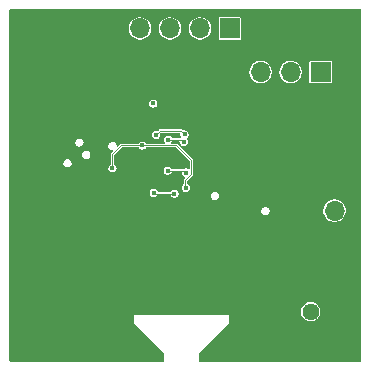
<source format=gbr>
%TF.GenerationSoftware,KiCad,Pcbnew,9.0.4*%
%TF.CreationDate,2025-08-31T12:09:40+02:00*%
%TF.ProjectId,CYW43439,43595734-3334-4333-992e-6b696361645f,rev?*%
%TF.SameCoordinates,Original*%
%TF.FileFunction,Copper,L4,Bot*%
%TF.FilePolarity,Positive*%
%FSLAX46Y46*%
G04 Gerber Fmt 4.6, Leading zero omitted, Abs format (unit mm)*
G04 Created by KiCad (PCBNEW 9.0.4) date 2025-08-31 12:09:40*
%MOMM*%
%LPD*%
G01*
G04 APERTURE LIST*
%TA.AperFunction,ComponentPad*%
%ADD10R,1.700000X1.700000*%
%TD*%
%TA.AperFunction,ComponentPad*%
%ADD11O,1.700000X1.700000*%
%TD*%
%TA.AperFunction,ComponentPad*%
%ADD12C,1.440000*%
%TD*%
%TA.AperFunction,ComponentPad*%
%ADD13C,2.250000*%
%TD*%
%TA.AperFunction,ViaPad*%
%ADD14C,0.400000*%
%TD*%
%TA.AperFunction,Conductor*%
%ADD15C,0.100000*%
%TD*%
G04 APERTURE END LIST*
D10*
%TO.P,J3,1,Pin_1*%
%TO.N,GND*%
X153300000Y-96975000D03*
D11*
%TO.P,J3,2,Pin_2*%
%TO.N,+3.3V*%
X153300000Y-99515000D03*
%TD*%
D10*
%TO.P,J2,1,Pin_1*%
%TO.N,WL_CLK*%
X144450000Y-84100000D03*
D11*
%TO.P,J2,2,Pin_2*%
%TO.N,WL_D*%
X141910000Y-84100000D03*
%TO.P,J2,3,Pin_3*%
%TO.N,WL_CS*%
X139370000Y-84100000D03*
%TO.P,J2,4,Pin_4*%
%TO.N,WL_ON*%
X136830000Y-84100000D03*
%TD*%
D10*
%TO.P,J1,1,Pin_1*%
%TO.N,WL_GPIO2*%
X152125000Y-87800000D03*
D11*
%TO.P,J1,2,Pin_2*%
%TO.N,WL_GPIO0*%
X149585000Y-87800000D03*
%TO.P,J1,3,Pin_3*%
%TO.N,WL_GPIO1*%
X147045000Y-87800000D03*
%TD*%
D12*
%TO.P,J4,1,In*%
%TO.N,Net-(J4-In)*%
X151290000Y-108085000D03*
D13*
%TO.P,J4,2,Ext*%
%TO.N,GND*%
X148750000Y-105545000D03*
X148750000Y-110625000D03*
X153830000Y-105545000D03*
X153830000Y-110625000D03*
%TD*%
D14*
%TO.N,GND*%
X147800000Y-93500000D03*
X149675000Y-85275000D03*
X146225000Y-109250000D03*
X144700000Y-102625000D03*
X150300000Y-92550000D03*
X142350000Y-88450000D03*
X149120000Y-102820000D03*
X132575000Y-111825000D03*
X144725000Y-109300000D03*
X154925000Y-111450000D03*
X145575000Y-103725000D03*
X145150000Y-107250000D03*
X145300000Y-98150000D03*
X137250000Y-98050000D03*
X126100000Y-99075000D03*
X146125000Y-104300000D03*
X135575000Y-86400000D03*
X133475000Y-89925000D03*
X126425000Y-107275000D03*
X141900000Y-100750000D03*
X150760000Y-106375000D03*
X139700000Y-99000000D03*
X138500000Y-102200000D03*
X139900000Y-102200000D03*
X144075000Y-109925000D03*
X134925000Y-96600000D03*
X137050000Y-108025000D03*
X141000000Y-99300000D03*
X135975000Y-97970000D03*
X149770000Y-103470000D03*
X145500000Y-110050000D03*
X134100000Y-94500000D03*
X154925000Y-106900000D03*
X134925000Y-98780000D03*
X148540000Y-102210000D03*
X144700000Y-108675000D03*
X142325000Y-86700000D03*
X139240000Y-88550000D03*
X126175000Y-94600000D03*
X143690000Y-111870000D03*
X144320000Y-111230000D03*
X143275000Y-103350000D03*
X143225000Y-100350000D03*
X154875000Y-102875000D03*
X137075000Y-110450000D03*
X150275000Y-102025000D03*
X141900000Y-99650000D03*
X142900000Y-111100000D03*
X151800000Y-105500000D03*
X140368753Y-108019975D03*
X134090000Y-95050000D03*
X155175000Y-90275000D03*
X147800000Y-94650000D03*
X138000000Y-101800000D03*
X143275000Y-102000000D03*
X144075000Y-94975000D03*
X128925000Y-99175000D03*
X140175000Y-104950000D03*
X127075000Y-95500000D03*
X144675000Y-104475000D03*
X135625000Y-96600000D03*
X126425000Y-102700000D03*
X143475000Y-110500000D03*
X145000000Y-90150000D03*
X138000000Y-101200000D03*
X143525000Y-108025000D03*
X146350000Y-106300000D03*
X133275000Y-102025000D03*
X133450000Y-94500000D03*
X138000000Y-100000000D03*
X130775000Y-98400000D03*
X145425000Y-102625000D03*
X130675000Y-86500000D03*
X140300000Y-99300000D03*
X142300000Y-92800000D03*
X145075000Y-103225000D03*
X137025000Y-98775000D03*
X144250000Y-93475000D03*
X136000000Y-108675000D03*
X139200000Y-102200000D03*
X143800000Y-88300000D03*
X139230000Y-86775000D03*
X144125000Y-103975000D03*
X146350000Y-108125000D03*
X141425000Y-108025000D03*
X139200000Y-96700000D03*
X146350000Y-105350000D03*
X150875000Y-90000000D03*
X151090000Y-104760000D03*
X144675000Y-108025000D03*
X135975000Y-109350000D03*
X147750000Y-102950000D03*
X134950000Y-95050000D03*
X149200000Y-91825000D03*
X147890000Y-101580000D03*
X126350000Y-86450000D03*
X142600000Y-99675000D03*
X138025000Y-86975000D03*
X141150000Y-88425000D03*
X149625000Y-111950000D03*
X144900000Y-110650000D03*
X150340000Y-105575000D03*
X144500000Y-101275000D03*
X146350000Y-107225000D03*
X140975000Y-94100000D03*
X143275000Y-102650000D03*
X138150000Y-108025000D03*
X131850000Y-89900000D03*
X146225000Y-102625000D03*
X145150000Y-105375000D03*
X141800000Y-94900000D03*
X141150000Y-86775000D03*
X155200000Y-95200000D03*
X146050000Y-101275000D03*
X142425000Y-108025000D03*
X138000000Y-100600000D03*
X133825000Y-97300000D03*
X136475000Y-109925000D03*
X126225000Y-90475000D03*
X148425000Y-103625000D03*
X126500000Y-111700000D03*
X141300000Y-102200000D03*
X141900000Y-101900000D03*
X150250000Y-94875000D03*
X137675000Y-111075000D03*
X141900000Y-101350000D03*
X136000000Y-108025000D03*
X143750000Y-100850000D03*
X145375000Y-95800000D03*
X143150000Y-93475000D03*
X151820000Y-106375000D03*
X143900000Y-86700000D03*
X139275000Y-108025000D03*
X134925000Y-97970000D03*
X140600000Y-102200000D03*
X147000000Y-102625000D03*
X147200000Y-98175000D03*
X150430000Y-104110000D03*
X145275000Y-101275000D03*
X143275000Y-103975000D03*
X146925000Y-101250000D03*
X145150000Y-106325000D03*
X138300000Y-99000000D03*
X131175000Y-107075000D03*
X155225000Y-99950000D03*
X142550000Y-101325000D03*
%TO.N,WL_GPIO2*%
X139175000Y-96125000D03*
X140725000Y-96300000D03*
%TO.N,WL_GPIO1*%
X140600000Y-93075000D03*
X138200000Y-93091608D03*
%TO.N,WL_GPIO0*%
X139220000Y-93510000D03*
X140550000Y-93700000D03*
%TO.N,VOUT_3P3*%
X134500000Y-95925000D03*
X137025000Y-94000000D03*
X140710000Y-97590000D03*
%TO.N,VDDBAT*%
X137950000Y-90450000D03*
%TO.N,Net-(U1-BTFM_PLL_VDD)*%
X139750000Y-98075000D03*
X138000000Y-98010000D03*
%TD*%
D15*
%TO.N,WL_GPIO2*%
X139175000Y-96125000D02*
X140550000Y-96125000D01*
X140550000Y-96125000D02*
X140725000Y-96300000D01*
%TO.N,WL_GPIO1*%
X140325000Y-92800000D02*
X138491608Y-92800000D01*
X140600000Y-93075000D02*
X140325000Y-92800000D01*
X138491608Y-92800000D02*
X138200000Y-93091608D01*
%TO.N,WL_GPIO0*%
X139220000Y-93510000D02*
X140360000Y-93510000D01*
X140360000Y-93510000D02*
X140550000Y-93700000D01*
%TO.N,VOUT_3P3*%
X140675000Y-96925000D02*
X141175000Y-96425000D01*
X140675000Y-97555000D02*
X140675000Y-96925000D01*
X141175000Y-95275000D02*
X139900000Y-94000000D01*
X135225000Y-94000000D02*
X137025000Y-94000000D01*
X134500000Y-95925000D02*
X134500000Y-94725000D01*
X134500000Y-94725000D02*
X135225000Y-94000000D01*
X140710000Y-97590000D02*
X140675000Y-97555000D01*
X139900000Y-94000000D02*
X137025000Y-94000000D01*
X141175000Y-96425000D02*
X141175000Y-95275000D01*
%TO.N,Net-(U1-BTFM_PLL_VDD)*%
X139750000Y-98075000D02*
X138065000Y-98075000D01*
X138065000Y-98075000D02*
X138000000Y-98010000D01*
%TD*%
%TA.AperFunction,Conductor*%
%TO.N,GND*%
G36*
X155510700Y-82464364D02*
G01*
X155525081Y-82498959D01*
X155574500Y-112051000D01*
X155574500Y-112250500D01*
X155560148Y-112285148D01*
X155525500Y-112299500D01*
X141899000Y-112299500D01*
X141864352Y-112285148D01*
X141850000Y-112250500D01*
X141850000Y-111595296D01*
X141864352Y-111560648D01*
X144350000Y-109075000D01*
X144350000Y-108325000D01*
X136350000Y-108325000D01*
X136350000Y-109075000D01*
X138835648Y-111560648D01*
X138850000Y-111595296D01*
X138850000Y-112250500D01*
X138835648Y-112285148D01*
X138801000Y-112299500D01*
X125824500Y-112299500D01*
X125789852Y-112285148D01*
X125775500Y-112250500D01*
X125775500Y-108004188D01*
X150469500Y-108004188D01*
X150469500Y-108165812D01*
X150490424Y-108271007D01*
X150501030Y-108324328D01*
X150501033Y-108324338D01*
X150562879Y-108473646D01*
X150562880Y-108473648D01*
X150562882Y-108473652D01*
X150652676Y-108608038D01*
X150766962Y-108722324D01*
X150901348Y-108812118D01*
X150901353Y-108812120D01*
X151050661Y-108873966D01*
X151050663Y-108873966D01*
X151050669Y-108873969D01*
X151209188Y-108905500D01*
X151209191Y-108905500D01*
X151370809Y-108905500D01*
X151370812Y-108905500D01*
X151529331Y-108873969D01*
X151678652Y-108812118D01*
X151813038Y-108722324D01*
X151927324Y-108608038D01*
X152017118Y-108473652D01*
X152078969Y-108324331D01*
X152110500Y-108165812D01*
X152110500Y-108004188D01*
X152078969Y-107845669D01*
X152017118Y-107696348D01*
X151927324Y-107561962D01*
X151813038Y-107447676D01*
X151678652Y-107357882D01*
X151678648Y-107357880D01*
X151678646Y-107357879D01*
X151529338Y-107296033D01*
X151529328Y-107296030D01*
X151465402Y-107283314D01*
X151370812Y-107264500D01*
X151209188Y-107264500D01*
X151130291Y-107280193D01*
X151050671Y-107296030D01*
X151050661Y-107296033D01*
X150901353Y-107357879D01*
X150901349Y-107357881D01*
X150901348Y-107357882D01*
X150867186Y-107380707D01*
X150766962Y-107447675D01*
X150652675Y-107561962D01*
X150562879Y-107696353D01*
X150501033Y-107845661D01*
X150501030Y-107845671D01*
X150485193Y-107925291D01*
X150469500Y-108004188D01*
X125775500Y-108004188D01*
X125775500Y-99503853D01*
X147099500Y-99503853D01*
X147099500Y-99596146D01*
X147123385Y-99685286D01*
X147123386Y-99685289D01*
X147166430Y-99759842D01*
X147169531Y-99765212D01*
X147234788Y-99830469D01*
X147314712Y-99876614D01*
X147336998Y-99882585D01*
X147403853Y-99900500D01*
X147403856Y-99900500D01*
X147496146Y-99900500D01*
X147540716Y-99888557D01*
X147585288Y-99876614D01*
X147665212Y-99830469D01*
X147730469Y-99765212D01*
X147776614Y-99685288D01*
X147788557Y-99640716D01*
X147800500Y-99596146D01*
X147800500Y-99503854D01*
X147781155Y-99431660D01*
X147781155Y-99431659D01*
X147778402Y-99421384D01*
X152349500Y-99421384D01*
X152349500Y-99608616D01*
X152364751Y-99685288D01*
X152386026Y-99792248D01*
X152386029Y-99792258D01*
X152457675Y-99965225D01*
X152457676Y-99965227D01*
X152457678Y-99965231D01*
X152561698Y-100120908D01*
X152694092Y-100253302D01*
X152849769Y-100357322D01*
X152849774Y-100357324D01*
X153022741Y-100428970D01*
X153022743Y-100428970D01*
X153022749Y-100428973D01*
X153206384Y-100465500D01*
X153206387Y-100465500D01*
X153393613Y-100465500D01*
X153393616Y-100465500D01*
X153577251Y-100428973D01*
X153750231Y-100357322D01*
X153905908Y-100253302D01*
X154038302Y-100120908D01*
X154142322Y-99965231D01*
X154213973Y-99792251D01*
X154250500Y-99608616D01*
X154250500Y-99421384D01*
X154213973Y-99237749D01*
X154142322Y-99064769D01*
X154038302Y-98909092D01*
X153905908Y-98776698D01*
X153750231Y-98672678D01*
X153750227Y-98672676D01*
X153750225Y-98672675D01*
X153577258Y-98601029D01*
X153577248Y-98601026D01*
X153503194Y-98586296D01*
X153393616Y-98564500D01*
X153206384Y-98564500D01*
X153114986Y-98582680D01*
X153022751Y-98601026D01*
X153022741Y-98601029D01*
X152849774Y-98672675D01*
X152849770Y-98672677D01*
X152849769Y-98672678D01*
X152810195Y-98699120D01*
X152694092Y-98776697D01*
X152561697Y-98909092D01*
X152457675Y-99064774D01*
X152386029Y-99237741D01*
X152386026Y-99237751D01*
X152367680Y-99329986D01*
X152349500Y-99421384D01*
X147778402Y-99421384D01*
X147776614Y-99414712D01*
X147776613Y-99414710D01*
X147730472Y-99334794D01*
X147730469Y-99334788D01*
X147665212Y-99269531D01*
X147659842Y-99266430D01*
X147585289Y-99223386D01*
X147585286Y-99223385D01*
X147496147Y-99199500D01*
X147496144Y-99199500D01*
X147403856Y-99199500D01*
X147403853Y-99199500D01*
X147314713Y-99223385D01*
X147314710Y-99223386D01*
X147234794Y-99269527D01*
X147234784Y-99269534D01*
X147169534Y-99334784D01*
X147169527Y-99334794D01*
X147123386Y-99414710D01*
X147123385Y-99414713D01*
X147099500Y-99503853D01*
X125775500Y-99503853D01*
X125775500Y-97963853D01*
X137649500Y-97963853D01*
X137649500Y-98056146D01*
X137673385Y-98145286D01*
X137673386Y-98145289D01*
X137710912Y-98210284D01*
X137719531Y-98225212D01*
X137784788Y-98290469D01*
X137864712Y-98336614D01*
X137886998Y-98342585D01*
X137953853Y-98360500D01*
X137953856Y-98360500D01*
X138046146Y-98360500D01*
X138090716Y-98348557D01*
X138135288Y-98336614D01*
X138215212Y-98290469D01*
X138265829Y-98239852D01*
X138300477Y-98225500D01*
X139403879Y-98225500D01*
X139438527Y-98239852D01*
X139446314Y-98250000D01*
X139469527Y-98290206D01*
X139469529Y-98290208D01*
X139469531Y-98290212D01*
X139534788Y-98355469D01*
X139614712Y-98401614D01*
X139636998Y-98407585D01*
X139703853Y-98425500D01*
X139703856Y-98425500D01*
X139796146Y-98425500D01*
X139844952Y-98412422D01*
X139885288Y-98401614D01*
X139965212Y-98355469D01*
X140030469Y-98290212D01*
X140064664Y-98230986D01*
X142822367Y-98230986D01*
X142822367Y-98323279D01*
X142846252Y-98412419D01*
X142846253Y-98412422D01*
X142853804Y-98425500D01*
X142892398Y-98492345D01*
X142957655Y-98557602D01*
X143037579Y-98603747D01*
X143059865Y-98609718D01*
X143126720Y-98627633D01*
X143126723Y-98627633D01*
X143219013Y-98627633D01*
X143263583Y-98615690D01*
X143308155Y-98603747D01*
X143388079Y-98557602D01*
X143453336Y-98492345D01*
X143499481Y-98412421D01*
X143513393Y-98360500D01*
X143523367Y-98323279D01*
X143523367Y-98230986D01*
X143500404Y-98145289D01*
X143499481Y-98141845D01*
X143453336Y-98061921D01*
X143388079Y-97996664D01*
X143382709Y-97993563D01*
X143308156Y-97950519D01*
X143308153Y-97950518D01*
X143219014Y-97926633D01*
X143219011Y-97926633D01*
X143126723Y-97926633D01*
X143126720Y-97926633D01*
X143037580Y-97950518D01*
X143037577Y-97950519D01*
X142957661Y-97996660D01*
X142957651Y-97996667D01*
X142892401Y-98061917D01*
X142892394Y-98061927D01*
X142846253Y-98141843D01*
X142846252Y-98141846D01*
X142822367Y-98230986D01*
X140064664Y-98230986D01*
X140076614Y-98210288D01*
X140079436Y-98199753D01*
X140100500Y-98121146D01*
X140100500Y-98028853D01*
X140076614Y-97939713D01*
X140076613Y-97939710D01*
X140039086Y-97874713D01*
X140030469Y-97859788D01*
X139965212Y-97794531D01*
X139959842Y-97791430D01*
X139885289Y-97748386D01*
X139885286Y-97748385D01*
X139796147Y-97724500D01*
X139796144Y-97724500D01*
X139703856Y-97724500D01*
X139703853Y-97724500D01*
X139614713Y-97748385D01*
X139614710Y-97748386D01*
X139534794Y-97794527D01*
X139534784Y-97794534D01*
X139469534Y-97859784D01*
X139469527Y-97859793D01*
X139446314Y-97900000D01*
X139416561Y-97922830D01*
X139403879Y-97924500D01*
X138377554Y-97924500D01*
X138342906Y-97910148D01*
X138330224Y-97888183D01*
X138326614Y-97874713D01*
X138326613Y-97874709D01*
X138280472Y-97794794D01*
X138280469Y-97794788D01*
X138215212Y-97729531D01*
X138206498Y-97724500D01*
X138135289Y-97683386D01*
X138135286Y-97683385D01*
X138046147Y-97659500D01*
X138046144Y-97659500D01*
X137953856Y-97659500D01*
X137953853Y-97659500D01*
X137864713Y-97683385D01*
X137864710Y-97683386D01*
X137784794Y-97729527D01*
X137784784Y-97729534D01*
X137719534Y-97794784D01*
X137719527Y-97794794D01*
X137673386Y-97874710D01*
X137673385Y-97874713D01*
X137649500Y-97963853D01*
X125775500Y-97963853D01*
X125775500Y-95453853D01*
X130349500Y-95453853D01*
X130349500Y-95546146D01*
X130373385Y-95635286D01*
X130373386Y-95635289D01*
X130378724Y-95644534D01*
X130419531Y-95715212D01*
X130484788Y-95780469D01*
X130564712Y-95826614D01*
X130586998Y-95832585D01*
X130653853Y-95850500D01*
X130653856Y-95850500D01*
X130746146Y-95850500D01*
X130790716Y-95838557D01*
X130835288Y-95826614D01*
X130915212Y-95780469D01*
X130980469Y-95715212D01*
X131026614Y-95635288D01*
X131041729Y-95578878D01*
X131050500Y-95546146D01*
X131050500Y-95453853D01*
X131026614Y-95364713D01*
X131026613Y-95364710D01*
X131010810Y-95337339D01*
X130980469Y-95284788D01*
X130915212Y-95219531D01*
X130909842Y-95216430D01*
X130835289Y-95173386D01*
X130835286Y-95173385D01*
X130746147Y-95149500D01*
X130746144Y-95149500D01*
X130653856Y-95149500D01*
X130653853Y-95149500D01*
X130564713Y-95173385D01*
X130564710Y-95173386D01*
X130484794Y-95219527D01*
X130484784Y-95219534D01*
X130419534Y-95284784D01*
X130419527Y-95284794D01*
X130373386Y-95364710D01*
X130373385Y-95364713D01*
X130349500Y-95453853D01*
X125775500Y-95453853D01*
X125775500Y-94735103D01*
X131930750Y-94735103D01*
X131930750Y-94827396D01*
X131954635Y-94916536D01*
X131954636Y-94916539D01*
X131997680Y-94991092D01*
X132000781Y-94996462D01*
X132066038Y-95061719D01*
X132145962Y-95107864D01*
X132168248Y-95113835D01*
X132235103Y-95131750D01*
X132235106Y-95131750D01*
X132327396Y-95131750D01*
X132371966Y-95119807D01*
X132416538Y-95107864D01*
X132496462Y-95061719D01*
X132561719Y-94996462D01*
X132607864Y-94916538D01*
X132619807Y-94871966D01*
X132631750Y-94827396D01*
X132631750Y-94735103D01*
X132607864Y-94645963D01*
X132607863Y-94645960D01*
X132561722Y-94566044D01*
X132561719Y-94566038D01*
X132496462Y-94500781D01*
X132491092Y-94497680D01*
X132416539Y-94454636D01*
X132416536Y-94454635D01*
X132327397Y-94430750D01*
X132327394Y-94430750D01*
X132235106Y-94430750D01*
X132235103Y-94430750D01*
X132145963Y-94454635D01*
X132145960Y-94454636D01*
X132066044Y-94500777D01*
X132066034Y-94500784D01*
X132000784Y-94566034D01*
X132000777Y-94566044D01*
X131954636Y-94645960D01*
X131954635Y-94645963D01*
X131930750Y-94735103D01*
X125775500Y-94735103D01*
X125775500Y-93703853D01*
X131349500Y-93703853D01*
X131349500Y-93796146D01*
X131373385Y-93885286D01*
X131373386Y-93885289D01*
X131416430Y-93959842D01*
X131419531Y-93965212D01*
X131484788Y-94030469D01*
X131564712Y-94076614D01*
X131569926Y-94078011D01*
X131653853Y-94100500D01*
X131653856Y-94100500D01*
X131746146Y-94100500D01*
X131790716Y-94088557D01*
X131835288Y-94076614D01*
X131915212Y-94030469D01*
X131941828Y-94003853D01*
X134149500Y-94003853D01*
X134149500Y-94096146D01*
X134173385Y-94185286D01*
X134173386Y-94185289D01*
X134216430Y-94259842D01*
X134219531Y-94265212D01*
X134284788Y-94330469D01*
X134319482Y-94350500D01*
X134364100Y-94376261D01*
X134364712Y-94376614D01*
X134386998Y-94382585D01*
X134453853Y-94400500D01*
X134493363Y-94400500D01*
X134528011Y-94414852D01*
X134542363Y-94449500D01*
X134528011Y-94484148D01*
X134372413Y-94639746D01*
X134358990Y-94672149D01*
X134358990Y-94672151D01*
X134349500Y-94695064D01*
X134349500Y-94695065D01*
X134349500Y-95578878D01*
X134335148Y-95613526D01*
X134325001Y-95621313D01*
X134284791Y-95644529D01*
X134284784Y-95644534D01*
X134219534Y-95709784D01*
X134219527Y-95709794D01*
X134173386Y-95789710D01*
X134173385Y-95789713D01*
X134149500Y-95878853D01*
X134149500Y-95971146D01*
X134173385Y-96060286D01*
X134173386Y-96060289D01*
X134184106Y-96078856D01*
X134219531Y-96140212D01*
X134284788Y-96205469D01*
X134364712Y-96251614D01*
X134386998Y-96257585D01*
X134453853Y-96275500D01*
X134453856Y-96275500D01*
X134546146Y-96275500D01*
X134602916Y-96260288D01*
X134635288Y-96251614D01*
X134715212Y-96205469D01*
X134780469Y-96140212D01*
X134826614Y-96060288D01*
X134838557Y-96015716D01*
X134850500Y-95971146D01*
X134850500Y-95878853D01*
X134826614Y-95789713D01*
X134826613Y-95789710D01*
X134783602Y-95715215D01*
X134780469Y-95709788D01*
X134715212Y-95644531D01*
X134674999Y-95621313D01*
X134652169Y-95591559D01*
X134650500Y-95578878D01*
X134650500Y-94807636D01*
X134664852Y-94772988D01*
X135272988Y-94164852D01*
X135307636Y-94150500D01*
X136678879Y-94150500D01*
X136713527Y-94164852D01*
X136721314Y-94175000D01*
X136744527Y-94215206D01*
X136744529Y-94215208D01*
X136744531Y-94215212D01*
X136809788Y-94280469D01*
X136889712Y-94326614D01*
X136911998Y-94332585D01*
X136978853Y-94350500D01*
X136978856Y-94350500D01*
X137071146Y-94350500D01*
X137115716Y-94338557D01*
X137160288Y-94326614D01*
X137240212Y-94280469D01*
X137305469Y-94215212D01*
X137328686Y-94175000D01*
X137358439Y-94152170D01*
X137371121Y-94150500D01*
X139817364Y-94150500D01*
X139852012Y-94164852D01*
X141010148Y-95322987D01*
X141024500Y-95357635D01*
X141024500Y-95985523D01*
X141010148Y-96020171D01*
X140975500Y-96034523D01*
X140943062Y-96021086D01*
X140942757Y-96021485D01*
X140941270Y-96020344D01*
X140940852Y-96020171D01*
X140940215Y-96019534D01*
X140940212Y-96019531D01*
X140888567Y-95989713D01*
X140860289Y-95973386D01*
X140860286Y-95973385D01*
X140771147Y-95949500D01*
X140771144Y-95949500D01*
X140678856Y-95949500D01*
X140678853Y-95949500D01*
X140591784Y-95972830D01*
X140579102Y-95974500D01*
X139521121Y-95974500D01*
X139486473Y-95960148D01*
X139478686Y-95950000D01*
X139455472Y-95909793D01*
X139455471Y-95909792D01*
X139455469Y-95909788D01*
X139390212Y-95844531D01*
X139384842Y-95841430D01*
X139310289Y-95798386D01*
X139310286Y-95798385D01*
X139221147Y-95774500D01*
X139221144Y-95774500D01*
X139128856Y-95774500D01*
X139128853Y-95774500D01*
X139039713Y-95798385D01*
X139039710Y-95798386D01*
X138959794Y-95844527D01*
X138959784Y-95844534D01*
X138894534Y-95909784D01*
X138894527Y-95909794D01*
X138848386Y-95989710D01*
X138848385Y-95989713D01*
X138824500Y-96078853D01*
X138824500Y-96171146D01*
X138848385Y-96260286D01*
X138848386Y-96260289D01*
X138891430Y-96334842D01*
X138894531Y-96340212D01*
X138959788Y-96405469D01*
X139039712Y-96451614D01*
X139052099Y-96454933D01*
X139128853Y-96475500D01*
X139128856Y-96475500D01*
X139221146Y-96475500D01*
X139265716Y-96463557D01*
X139310288Y-96451614D01*
X139390212Y-96405469D01*
X139455469Y-96340212D01*
X139478686Y-96300000D01*
X139508439Y-96277170D01*
X139521121Y-96275500D01*
X140325500Y-96275500D01*
X140360148Y-96289852D01*
X140374500Y-96324500D01*
X140374500Y-96346146D01*
X140398385Y-96435286D01*
X140398386Y-96435289D01*
X140421603Y-96475500D01*
X140444531Y-96515212D01*
X140509788Y-96580469D01*
X140569731Y-96615077D01*
X140589710Y-96626613D01*
X140589712Y-96626614D01*
X140642465Y-96640749D01*
X140672218Y-96663579D01*
X140677113Y-96700761D01*
X140664431Y-96722727D01*
X140547414Y-96839744D01*
X140547413Y-96839746D01*
X140533990Y-96872149D01*
X140533990Y-96872151D01*
X140524500Y-96895064D01*
X140524500Y-96895065D01*
X140524500Y-97264086D01*
X140510148Y-97298734D01*
X140500003Y-97306520D01*
X140494791Y-97309529D01*
X140494784Y-97309534D01*
X140429534Y-97374784D01*
X140429527Y-97374794D01*
X140383386Y-97454710D01*
X140383385Y-97454713D01*
X140359500Y-97543853D01*
X140359500Y-97636146D01*
X140383385Y-97725286D01*
X140383386Y-97725289D01*
X140423362Y-97794527D01*
X140429531Y-97805212D01*
X140494788Y-97870469D01*
X140574712Y-97916614D01*
X140596998Y-97922585D01*
X140663853Y-97940500D01*
X140663856Y-97940500D01*
X140756146Y-97940500D01*
X140807896Y-97926633D01*
X140845288Y-97916614D01*
X140925212Y-97870469D01*
X140990469Y-97805212D01*
X141036614Y-97725288D01*
X141054242Y-97659500D01*
X141060500Y-97636146D01*
X141060500Y-97543853D01*
X141036614Y-97454713D01*
X141036613Y-97454710D01*
X140990472Y-97374794D01*
X140990469Y-97374788D01*
X140925212Y-97309531D01*
X140919692Y-97306344D01*
X140850000Y-97266106D01*
X140827169Y-97236353D01*
X140825500Y-97223671D01*
X140825500Y-97007635D01*
X140839852Y-96972987D01*
X141302586Y-96510253D01*
X141302588Y-96510251D01*
X141316982Y-96475500D01*
X141325500Y-96454936D01*
X141325500Y-95245064D01*
X141302587Y-95189749D01*
X141302587Y-95189748D01*
X141029375Y-94916536D01*
X139985254Y-93872413D01*
X139985252Y-93872412D01*
X139952848Y-93858990D01*
X139929936Y-93849500D01*
X139494477Y-93849500D01*
X139459829Y-93835148D01*
X139445477Y-93800500D01*
X139459829Y-93765852D01*
X139479537Y-93746144D01*
X139500469Y-93725212D01*
X139523686Y-93685000D01*
X139553439Y-93662170D01*
X139566121Y-93660500D01*
X140150500Y-93660500D01*
X140185148Y-93674852D01*
X140199500Y-93709500D01*
X140199500Y-93746146D01*
X140223385Y-93835286D01*
X140223386Y-93835289D01*
X140266430Y-93909842D01*
X140269531Y-93915212D01*
X140334788Y-93980469D01*
X140414712Y-94026614D01*
X140436998Y-94032585D01*
X140503853Y-94050500D01*
X140503856Y-94050500D01*
X140596146Y-94050500D01*
X140640716Y-94038557D01*
X140685288Y-94026614D01*
X140765212Y-93980469D01*
X140830469Y-93915212D01*
X140876614Y-93835288D01*
X140890145Y-93784788D01*
X140900500Y-93746146D01*
X140900500Y-93653853D01*
X140876614Y-93564713D01*
X140876613Y-93564710D01*
X140865077Y-93544731D01*
X140830469Y-93484788D01*
X140788054Y-93442373D01*
X140773702Y-93407725D01*
X140788054Y-93373077D01*
X140798202Y-93365290D01*
X140800950Y-93363702D01*
X140815212Y-93355469D01*
X140880469Y-93290212D01*
X140926614Y-93210288D01*
X140940223Y-93159500D01*
X140950500Y-93121146D01*
X140950500Y-93028853D01*
X140931064Y-92956320D01*
X140926614Y-92939712D01*
X140880469Y-92859788D01*
X140815212Y-92794531D01*
X140809842Y-92791430D01*
X140735289Y-92748386D01*
X140735286Y-92748385D01*
X140646147Y-92724500D01*
X140646144Y-92724500D01*
X140553856Y-92724500D01*
X140553855Y-92724500D01*
X140509004Y-92736517D01*
X140471822Y-92731621D01*
X140461675Y-92723834D01*
X140410255Y-92672414D01*
X140410252Y-92672412D01*
X140377848Y-92658990D01*
X140354936Y-92649500D01*
X138461672Y-92649500D01*
X138438759Y-92658990D01*
X138406356Y-92672412D01*
X138406354Y-92672413D01*
X138406352Y-92672414D01*
X138338324Y-92740442D01*
X138303676Y-92754794D01*
X138290995Y-92753125D01*
X138246145Y-92741108D01*
X138246144Y-92741108D01*
X138153856Y-92741108D01*
X138153853Y-92741108D01*
X138064713Y-92764993D01*
X138064710Y-92764994D01*
X137984794Y-92811135D01*
X137984784Y-92811142D01*
X137919534Y-92876392D01*
X137919527Y-92876402D01*
X137873386Y-92956318D01*
X137873385Y-92956321D01*
X137849500Y-93045461D01*
X137849500Y-93137754D01*
X137873385Y-93226894D01*
X137873386Y-93226897D01*
X137874907Y-93229531D01*
X137919531Y-93306820D01*
X137984788Y-93372077D01*
X138064712Y-93418222D01*
X138083981Y-93423385D01*
X138153853Y-93442108D01*
X138153856Y-93442108D01*
X138246146Y-93442108D01*
X138290716Y-93430165D01*
X138335288Y-93418222D01*
X138415212Y-93372077D01*
X138480469Y-93306820D01*
X138526614Y-93226896D01*
X138544673Y-93159500D01*
X138550500Y-93137754D01*
X138550500Y-93045462D01*
X138541582Y-93012183D01*
X138546476Y-92975001D01*
X138576229Y-92952170D01*
X138588912Y-92950500D01*
X140206637Y-92950500D01*
X140241285Y-92964852D01*
X140255637Y-92999500D01*
X140253967Y-93012182D01*
X140249500Y-93028852D01*
X140249500Y-93121146D01*
X140273385Y-93210286D01*
X140273386Y-93210289D01*
X140317099Y-93286000D01*
X140321994Y-93323182D01*
X140299164Y-93352935D01*
X140274664Y-93359500D01*
X139566121Y-93359500D01*
X139531473Y-93345148D01*
X139523686Y-93335000D01*
X139500472Y-93294793D01*
X139500471Y-93294792D01*
X139500469Y-93294788D01*
X139435212Y-93229531D01*
X139429842Y-93226430D01*
X139355289Y-93183386D01*
X139355286Y-93183385D01*
X139266147Y-93159500D01*
X139266144Y-93159500D01*
X139173856Y-93159500D01*
X139173853Y-93159500D01*
X139084713Y-93183385D01*
X139084710Y-93183386D01*
X139004794Y-93229527D01*
X139004784Y-93229534D01*
X138939534Y-93294784D01*
X138939527Y-93294794D01*
X138893386Y-93374710D01*
X138893385Y-93374713D01*
X138869500Y-93463853D01*
X138869500Y-93556146D01*
X138893385Y-93645286D01*
X138893386Y-93645289D01*
X138936249Y-93719527D01*
X138939531Y-93725212D01*
X138939534Y-93725215D01*
X138980171Y-93765852D01*
X138994523Y-93800500D01*
X138980171Y-93835148D01*
X138945523Y-93849500D01*
X137371121Y-93849500D01*
X137336473Y-93835148D01*
X137328686Y-93825000D01*
X137305472Y-93784793D01*
X137305471Y-93784792D01*
X137305469Y-93784788D01*
X137240212Y-93719531D01*
X137213063Y-93703856D01*
X137160289Y-93673386D01*
X137160286Y-93673385D01*
X137071147Y-93649500D01*
X137071144Y-93649500D01*
X136978856Y-93649500D01*
X136978853Y-93649500D01*
X136889713Y-93673385D01*
X136889710Y-93673386D01*
X136809794Y-93719527D01*
X136809784Y-93719534D01*
X136744534Y-93784784D01*
X136744527Y-93784793D01*
X136721314Y-93825000D01*
X136691561Y-93847830D01*
X136678879Y-93849500D01*
X135195064Y-93849500D01*
X135172151Y-93858990D01*
X135139748Y-93872412D01*
X135139746Y-93872413D01*
X134934148Y-94078011D01*
X134899500Y-94092363D01*
X134864852Y-94078011D01*
X134850500Y-94043363D01*
X134850500Y-94003853D01*
X134826614Y-93914713D01*
X134826613Y-93914710D01*
X134802192Y-93872413D01*
X134780469Y-93834788D01*
X134715212Y-93769531D01*
X134674709Y-93746146D01*
X134635289Y-93723386D01*
X134635286Y-93723385D01*
X134546147Y-93699500D01*
X134546144Y-93699500D01*
X134453856Y-93699500D01*
X134453853Y-93699500D01*
X134364713Y-93723385D01*
X134364710Y-93723386D01*
X134284794Y-93769527D01*
X134284784Y-93769534D01*
X134219534Y-93834784D01*
X134219527Y-93834794D01*
X134173386Y-93914710D01*
X134173385Y-93914713D01*
X134149500Y-94003853D01*
X131941828Y-94003853D01*
X131980469Y-93965212D01*
X132026614Y-93885288D01*
X132040145Y-93834788D01*
X132050500Y-93796146D01*
X132050500Y-93703853D01*
X132026614Y-93614713D01*
X132026613Y-93614710D01*
X132015077Y-93594731D01*
X131980469Y-93534788D01*
X131915212Y-93469531D01*
X131867715Y-93442108D01*
X131835289Y-93423386D01*
X131835286Y-93423385D01*
X131746147Y-93399500D01*
X131746144Y-93399500D01*
X131653856Y-93399500D01*
X131653853Y-93399500D01*
X131564713Y-93423385D01*
X131564710Y-93423386D01*
X131484794Y-93469527D01*
X131484784Y-93469534D01*
X131419534Y-93534784D01*
X131419527Y-93534794D01*
X131373386Y-93614710D01*
X131373385Y-93614713D01*
X131349500Y-93703853D01*
X125775500Y-93703853D01*
X125775500Y-90403853D01*
X137599500Y-90403853D01*
X137599500Y-90496146D01*
X137623385Y-90585286D01*
X137623386Y-90585289D01*
X137666430Y-90659842D01*
X137669531Y-90665212D01*
X137734788Y-90730469D01*
X137814712Y-90776614D01*
X137836998Y-90782585D01*
X137903853Y-90800500D01*
X137903856Y-90800500D01*
X137996146Y-90800500D01*
X138040716Y-90788557D01*
X138085288Y-90776614D01*
X138165212Y-90730469D01*
X138230469Y-90665212D01*
X138276614Y-90585288D01*
X138288557Y-90540716D01*
X138300500Y-90496146D01*
X138300500Y-90403853D01*
X138276614Y-90314713D01*
X138276613Y-90314710D01*
X138230472Y-90234794D01*
X138230469Y-90234788D01*
X138165212Y-90169531D01*
X138159842Y-90166430D01*
X138085289Y-90123386D01*
X138085286Y-90123385D01*
X137996147Y-90099500D01*
X137996144Y-90099500D01*
X137903856Y-90099500D01*
X137903853Y-90099500D01*
X137814713Y-90123385D01*
X137814710Y-90123386D01*
X137734794Y-90169527D01*
X137734784Y-90169534D01*
X137669534Y-90234784D01*
X137669527Y-90234794D01*
X137623386Y-90314710D01*
X137623385Y-90314713D01*
X137599500Y-90403853D01*
X125775500Y-90403853D01*
X125775500Y-87706384D01*
X146094500Y-87706384D01*
X146094500Y-87893616D01*
X146118740Y-88015479D01*
X146131026Y-88077248D01*
X146131029Y-88077258D01*
X146202675Y-88250225D01*
X146202676Y-88250227D01*
X146202678Y-88250231D01*
X146306698Y-88405908D01*
X146439092Y-88538302D01*
X146594769Y-88642322D01*
X146594774Y-88642324D01*
X146767741Y-88713970D01*
X146767743Y-88713970D01*
X146767749Y-88713973D01*
X146951384Y-88750500D01*
X146951387Y-88750500D01*
X147138613Y-88750500D01*
X147138616Y-88750500D01*
X147322251Y-88713973D01*
X147495231Y-88642322D01*
X147650908Y-88538302D01*
X147783302Y-88405908D01*
X147887322Y-88250231D01*
X147958973Y-88077251D01*
X147995500Y-87893616D01*
X147995500Y-87706384D01*
X148634500Y-87706384D01*
X148634500Y-87893616D01*
X148658740Y-88015479D01*
X148671026Y-88077248D01*
X148671029Y-88077258D01*
X148742675Y-88250225D01*
X148742676Y-88250227D01*
X148742678Y-88250231D01*
X148846698Y-88405908D01*
X148979092Y-88538302D01*
X149134769Y-88642322D01*
X149134774Y-88642324D01*
X149307741Y-88713970D01*
X149307743Y-88713970D01*
X149307749Y-88713973D01*
X149491384Y-88750500D01*
X149491387Y-88750500D01*
X149678613Y-88750500D01*
X149678616Y-88750500D01*
X149862251Y-88713973D01*
X150035231Y-88642322D01*
X150190908Y-88538302D01*
X150323302Y-88405908D01*
X150427322Y-88250231D01*
X150498973Y-88077251D01*
X150535500Y-87893616D01*
X150535500Y-87706384D01*
X150498973Y-87522749D01*
X150427322Y-87349769D01*
X150323302Y-87194092D01*
X150190908Y-87061698D01*
X150035231Y-86957678D01*
X150035227Y-86957676D01*
X150035225Y-86957675D01*
X149992784Y-86940095D01*
X151174500Y-86940095D01*
X151174500Y-88659894D01*
X151174501Y-88659898D01*
X151180331Y-88689213D01*
X151180331Y-88689214D01*
X151180332Y-88689215D01*
X151180332Y-88689216D01*
X151196872Y-88713970D01*
X151202543Y-88722457D01*
X151235787Y-88744669D01*
X151265101Y-88750500D01*
X152984898Y-88750499D01*
X153014213Y-88744669D01*
X153047457Y-88722457D01*
X153069669Y-88689213D01*
X153075500Y-88659899D01*
X153075499Y-86940102D01*
X153069669Y-86910787D01*
X153069667Y-86910784D01*
X153069667Y-86910783D01*
X153047457Y-86877543D01*
X153014212Y-86855330D01*
X152984901Y-86849500D01*
X151265105Y-86849500D01*
X151265104Y-86849500D01*
X151265102Y-86849501D01*
X151235787Y-86855331D01*
X151235786Y-86855331D01*
X151235784Y-86855332D01*
X151235783Y-86855332D01*
X151202543Y-86877542D01*
X151180330Y-86910786D01*
X151180330Y-86910787D01*
X151174500Y-86940095D01*
X149992784Y-86940095D01*
X149862258Y-86886029D01*
X149862248Y-86886026D01*
X149788194Y-86871296D01*
X149678616Y-86849500D01*
X149491384Y-86849500D01*
X149399986Y-86867680D01*
X149307751Y-86886026D01*
X149307741Y-86886029D01*
X149134774Y-86957675D01*
X149134770Y-86957677D01*
X149134769Y-86957678D01*
X149095195Y-86984120D01*
X148979092Y-87061697D01*
X148846697Y-87194092D01*
X148742675Y-87349774D01*
X148671029Y-87522741D01*
X148671026Y-87522751D01*
X148652680Y-87614986D01*
X148634500Y-87706384D01*
X147995500Y-87706384D01*
X147958973Y-87522749D01*
X147887322Y-87349769D01*
X147783302Y-87194092D01*
X147650908Y-87061698D01*
X147495231Y-86957678D01*
X147495227Y-86957676D01*
X147495225Y-86957675D01*
X147322258Y-86886029D01*
X147322248Y-86886026D01*
X147248194Y-86871296D01*
X147138616Y-86849500D01*
X146951384Y-86849500D01*
X146859986Y-86867680D01*
X146767751Y-86886026D01*
X146767741Y-86886029D01*
X146594774Y-86957675D01*
X146594770Y-86957677D01*
X146594769Y-86957678D01*
X146555195Y-86984120D01*
X146439092Y-87061697D01*
X146306697Y-87194092D01*
X146202675Y-87349774D01*
X146131029Y-87522741D01*
X146131026Y-87522751D01*
X146112680Y-87614986D01*
X146094500Y-87706384D01*
X125775500Y-87706384D01*
X125775500Y-84006384D01*
X135879500Y-84006384D01*
X135879500Y-84193616D01*
X135903740Y-84315479D01*
X135916026Y-84377248D01*
X135916029Y-84377258D01*
X135987675Y-84550225D01*
X135987676Y-84550227D01*
X135987678Y-84550231D01*
X136091698Y-84705908D01*
X136224092Y-84838302D01*
X136379769Y-84942322D01*
X136379774Y-84942324D01*
X136552741Y-85013970D01*
X136552743Y-85013970D01*
X136552749Y-85013973D01*
X136736384Y-85050500D01*
X136736387Y-85050500D01*
X136923613Y-85050500D01*
X136923616Y-85050500D01*
X137107251Y-85013973D01*
X137280231Y-84942322D01*
X137435908Y-84838302D01*
X137568302Y-84705908D01*
X137672322Y-84550231D01*
X137743973Y-84377251D01*
X137780500Y-84193616D01*
X137780500Y-84006384D01*
X138419500Y-84006384D01*
X138419500Y-84193616D01*
X138443740Y-84315479D01*
X138456026Y-84377248D01*
X138456029Y-84377258D01*
X138527675Y-84550225D01*
X138527676Y-84550227D01*
X138527678Y-84550231D01*
X138631698Y-84705908D01*
X138764092Y-84838302D01*
X138919769Y-84942322D01*
X138919774Y-84942324D01*
X139092741Y-85013970D01*
X139092743Y-85013970D01*
X139092749Y-85013973D01*
X139276384Y-85050500D01*
X139276387Y-85050500D01*
X139463613Y-85050500D01*
X139463616Y-85050500D01*
X139647251Y-85013973D01*
X139820231Y-84942322D01*
X139975908Y-84838302D01*
X140108302Y-84705908D01*
X140212322Y-84550231D01*
X140283973Y-84377251D01*
X140320500Y-84193616D01*
X140320500Y-84006384D01*
X140959500Y-84006384D01*
X140959500Y-84193616D01*
X140983740Y-84315479D01*
X140996026Y-84377248D01*
X140996029Y-84377258D01*
X141067675Y-84550225D01*
X141067676Y-84550227D01*
X141067678Y-84550231D01*
X141171698Y-84705908D01*
X141304092Y-84838302D01*
X141459769Y-84942322D01*
X141459774Y-84942324D01*
X141632741Y-85013970D01*
X141632743Y-85013970D01*
X141632749Y-85013973D01*
X141816384Y-85050500D01*
X141816387Y-85050500D01*
X142003613Y-85050500D01*
X142003616Y-85050500D01*
X142187251Y-85013973D01*
X142360231Y-84942322D01*
X142515908Y-84838302D01*
X142648302Y-84705908D01*
X142752322Y-84550231D01*
X142823973Y-84377251D01*
X142860500Y-84193616D01*
X142860500Y-84006384D01*
X142823973Y-83822749D01*
X142752322Y-83649769D01*
X142648302Y-83494092D01*
X142515908Y-83361698D01*
X142360231Y-83257678D01*
X142360227Y-83257676D01*
X142360225Y-83257675D01*
X142317784Y-83240095D01*
X143499500Y-83240095D01*
X143499500Y-84959894D01*
X143499501Y-84959898D01*
X143505331Y-84989213D01*
X143505331Y-84989214D01*
X143505332Y-84989215D01*
X143505332Y-84989216D01*
X143521872Y-85013970D01*
X143527543Y-85022457D01*
X143560787Y-85044669D01*
X143590101Y-85050500D01*
X145309898Y-85050499D01*
X145339213Y-85044669D01*
X145372457Y-85022457D01*
X145394669Y-84989213D01*
X145400500Y-84959899D01*
X145400499Y-83240102D01*
X145394669Y-83210787D01*
X145394667Y-83210784D01*
X145394667Y-83210783D01*
X145372457Y-83177543D01*
X145339212Y-83155330D01*
X145309901Y-83149500D01*
X143590105Y-83149500D01*
X143590104Y-83149500D01*
X143590102Y-83149501D01*
X143560787Y-83155331D01*
X143560786Y-83155331D01*
X143560784Y-83155332D01*
X143560783Y-83155332D01*
X143527543Y-83177542D01*
X143505330Y-83210786D01*
X143505330Y-83210787D01*
X143499500Y-83240095D01*
X142317784Y-83240095D01*
X142187258Y-83186029D01*
X142187248Y-83186026D01*
X142113194Y-83171296D01*
X142003616Y-83149500D01*
X141816384Y-83149500D01*
X141724986Y-83167680D01*
X141632751Y-83186026D01*
X141632741Y-83186029D01*
X141459774Y-83257675D01*
X141459770Y-83257677D01*
X141459769Y-83257678D01*
X141420195Y-83284120D01*
X141304092Y-83361697D01*
X141171697Y-83494092D01*
X141067675Y-83649774D01*
X140996029Y-83822741D01*
X140996026Y-83822751D01*
X140977680Y-83914986D01*
X140959500Y-84006384D01*
X140320500Y-84006384D01*
X140283973Y-83822749D01*
X140212322Y-83649769D01*
X140108302Y-83494092D01*
X139975908Y-83361698D01*
X139820231Y-83257678D01*
X139820227Y-83257676D01*
X139820225Y-83257675D01*
X139647258Y-83186029D01*
X139647248Y-83186026D01*
X139573194Y-83171296D01*
X139463616Y-83149500D01*
X139276384Y-83149500D01*
X139184986Y-83167680D01*
X139092751Y-83186026D01*
X139092741Y-83186029D01*
X138919774Y-83257675D01*
X138919770Y-83257677D01*
X138919769Y-83257678D01*
X138880195Y-83284120D01*
X138764092Y-83361697D01*
X138631697Y-83494092D01*
X138527675Y-83649774D01*
X138456029Y-83822741D01*
X138456026Y-83822751D01*
X138437680Y-83914986D01*
X138419500Y-84006384D01*
X137780500Y-84006384D01*
X137743973Y-83822749D01*
X137672322Y-83649769D01*
X137568302Y-83494092D01*
X137435908Y-83361698D01*
X137280231Y-83257678D01*
X137280227Y-83257676D01*
X137280225Y-83257675D01*
X137107258Y-83186029D01*
X137107248Y-83186026D01*
X137033194Y-83171296D01*
X136923616Y-83149500D01*
X136736384Y-83149500D01*
X136644986Y-83167680D01*
X136552751Y-83186026D01*
X136552741Y-83186029D01*
X136379774Y-83257675D01*
X136379770Y-83257677D01*
X136379769Y-83257678D01*
X136340195Y-83284120D01*
X136224092Y-83361697D01*
X136091697Y-83494092D01*
X135987675Y-83649774D01*
X135916029Y-83822741D01*
X135916026Y-83822751D01*
X135897680Y-83914986D01*
X135879500Y-84006384D01*
X125775500Y-84006384D01*
X125775500Y-82523957D01*
X125789852Y-82489309D01*
X125824455Y-82474958D01*
X155476040Y-82450041D01*
X155510700Y-82464364D01*
G37*
%TD.AperFunction*%
%TD*%
M02*

</source>
